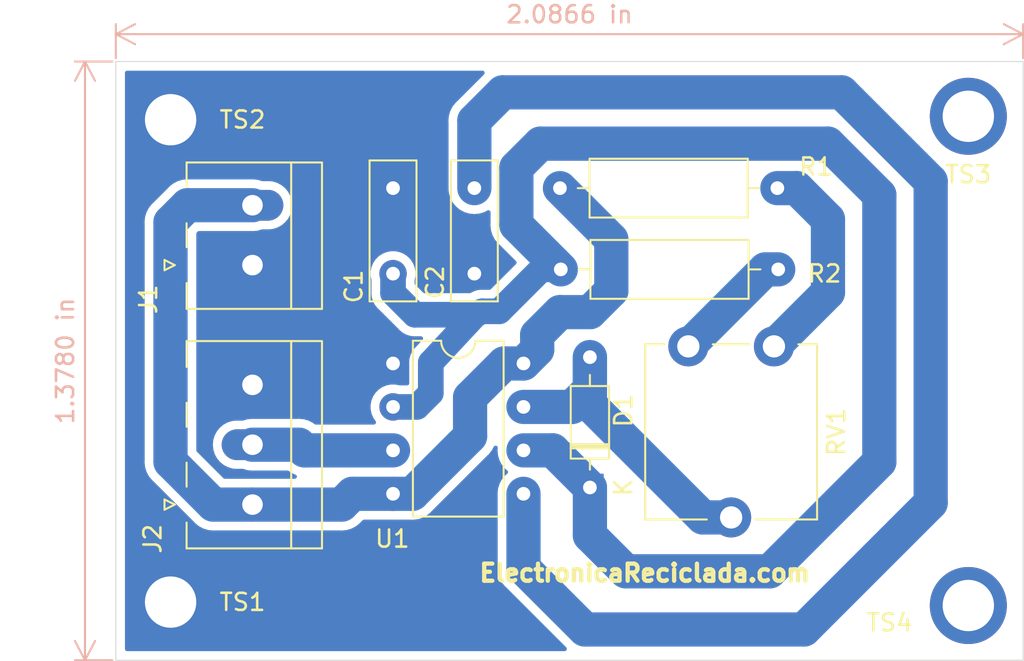
<source format=kicad_pcb>
(kicad_pcb (version 20171130) (host pcbnew "(5.1.5)-3")

  (general
    (thickness 1.6)
    (drawings 9)
    (tracks 77)
    (zones 0)
    (modules 13)
    (nets 11)
  )

  (page A4)
  (layers
    (0 F.Cu signal hide)
    (31 B.Cu signal)
    (32 B.Adhes user)
    (33 F.Adhes user hide)
    (34 B.Paste user)
    (35 F.Paste user)
    (36 B.SilkS user)
    (37 F.SilkS user)
    (38 B.Mask user)
    (39 F.Mask user)
    (40 Dwgs.User user hide)
    (41 Cmts.User user hide)
    (42 Eco1.User user hide)
    (43 Eco2.User user)
    (44 Edge.Cuts user)
    (45 Margin user)
    (46 B.CrtYd user)
    (47 F.CrtYd user)
    (48 B.Fab user)
    (49 F.Fab user)
  )

  (setup
    (last_trace_width 2)
    (user_trace_width 1)
    (user_trace_width 1.5)
    (user_trace_width 2)
    (user_trace_width 2.5)
    (trace_clearance 0.2)
    (zone_clearance 0.508)
    (zone_45_only no)
    (trace_min 0.2)
    (via_size 0.8)
    (via_drill 0.4)
    (via_min_size 0.4)
    (via_min_drill 0.3)
    (uvia_size 0.3)
    (uvia_drill 0.1)
    (uvias_allowed no)
    (uvia_min_size 0.2)
    (uvia_min_drill 0.1)
    (edge_width 0.05)
    (segment_width 0.2)
    (pcb_text_width 0.3)
    (pcb_text_size 1.5 1.5)
    (mod_edge_width 0.12)
    (mod_text_size 1 1)
    (mod_text_width 0.15)
    (pad_size 1.524 1.524)
    (pad_drill 0.762)
    (pad_to_mask_clearance 0.051)
    (solder_mask_min_width 0.25)
    (aux_axis_origin 0 0)
    (visible_elements 7FFFF7FF)
    (pcbplotparams
      (layerselection 0x00000_fffffffe)
      (usegerberextensions false)
      (usegerberattributes false)
      (usegerberadvancedattributes false)
      (creategerberjobfile false)
      (excludeedgelayer true)
      (linewidth 0.100000)
      (plotframeref false)
      (viasonmask false)
      (mode 1)
      (useauxorigin false)
      (hpglpennumber 1)
      (hpglpenspeed 20)
      (hpglpendiameter 15.000000)
      (psnegative false)
      (psa4output false)
      (plotreference true)
      (plotvalue true)
      (plotinvisibletext false)
      (padsonsilk false)
      (subtractmaskfromsilk false)
      (outputformat 1)
      (mirror false)
      (drillshape 0)
      (scaleselection 1)
      (outputdirectory ""))
  )

  (net 0 "")
  (net 1 GND)
  (net 2 "Net-(C1-Pad1)")
  (net 3 "Net-(C2-Pad1)")
  (net 4 "Net-(D1-Pad2)")
  (net 5 VCC)
  (net 6 Señal)
  (net 7 "Net-(R1-Pad2)")
  (net 8 "Net-(R2-Pad1)")
  (net 9 "Net-(TS3-Pad1)")
  (net 10 "Net-(TS4-Pad1)")

  (net_class Default "Esta es la clase de red por defecto."
    (clearance 0.2)
    (trace_width 0.25)
    (via_dia 0.8)
    (via_drill 0.4)
    (uvia_dia 0.3)
    (uvia_drill 0.1)
    (add_net "Net-(C1-Pad1)")
    (add_net "Net-(C2-Pad1)")
    (add_net "Net-(D1-Pad2)")
    (add_net "Net-(R1-Pad2)")
    (add_net "Net-(R2-Pad1)")
    (add_net "Net-(TS3-Pad1)")
    (add_net "Net-(TS4-Pad1)")
    (add_net Señal)
    (add_net VCC)
  )

  (net_class Alimentacion ""
    (clearance 0.3)
    (trace_width 2)
    (via_dia 2.5)
    (via_drill 1)
    (uvia_dia 0.3)
    (uvia_drill 0.1)
    (add_net GND)
  )

  (module Connector_Phoenix_MKDS:PhoenixContact_MKDS_1,5_2-1727010-1x02_P3.50mm (layer F.Cu) (tedit 6067627D) (tstamp 60973567)
    (at 132.044 47.7 90)
    (descr "Generic Phoenix Contact connector footprint for: MC_1,5/2-G-3.5; number of pins: 02; pin pitch: 3.50mm; Angled || order number: 1727010 8A 160V")
    (tags "phoenix_contact connector MC_01x02_G_3.5mm")
    (path /609310D5)
    (fp_text reference J1 (at -2 -3.544 90) (layer F.SilkS)
      (effects (font (size 1 1) (thickness 0.15)))
    )
    (fp_text value "Vin de 4.5V a 6V" (at 3.2 8.6 90) (layer F.Fab) hide
      (effects (font (size 1 1) (thickness 0.15)))
    )
    (fp_text user %R (at 0.1 5.75 90) (layer F.Fab) hide
      (effects (font (size 1 1) (thickness 0.15)))
    )
    (fp_line (start 0 0) (end -0.8 -1.2) (layer F.Fab) (width 0.1))
    (fp_line (start 0.8 -1.2) (end 0 0) (layer F.Fab) (width 0.1))
    (fp_line (start -0.3 -2.6) (end 0.3 -2.6) (layer F.SilkS) (width 0.12))
    (fp_line (start 0 -2) (end -0.3 -2.6) (layer F.SilkS) (width 0.12))
    (fp_line (start 0.3 -2.6) (end 0 -2) (layer F.SilkS) (width 0.12))
    (fp_line (start 6.5 -2.3) (end -3.06 -2.3) (layer F.CrtYd) (width 0.05))
    (fp_line (start 6.5 7.3) (end 6.5 -2.3) (layer F.CrtYd) (width 0.05))
    (fp_line (start -3.06 7.3) (end 6.5 7.3) (layer F.CrtYd) (width 0.05))
    (fp_line (start -3.06 -2.3) (end -3.06 7.3) (layer F.CrtYd) (width 0.05))
    (fp_line (start -2.56 4.8) (end 6 4.8) (layer F.SilkS) (width 0.12))
    (fp_line (start 5.9 -1.2) (end -2.45 -1.2) (layer F.Fab) (width 0.1))
    (fp_line (start 5.9 6.55) (end 5.9 -1.2) (layer F.Fab) (width 0.1))
    (fp_line (start -2.45 6.5) (end 5.85 6.5) (layer F.Fab) (width 0.1))
    (fp_line (start -2.45 -1.2) (end -2.45 6.5) (layer F.Fab) (width 0.1))
    (fp_line (start 4.55 -1.31) (end 6 -1.31) (layer F.SilkS) (width 0.12))
    (fp_line (start 1.05 -1.31) (end 2.45 -1.31) (layer F.SilkS) (width 0.12))
    (fp_line (start -2.56 -1.31) (end -1.05 -1.31) (layer F.SilkS) (width 0.12))
    (fp_line (start 6 6.6) (end 6 -1.31) (layer F.SilkS) (width 0.12))
    (fp_line (start -2.56 6.6) (end 6 6.6) (layer F.SilkS) (width 0.12))
    (fp_line (start -2.56 -1.31) (end -2.56 6.6) (layer F.SilkS) (width 0.12))
    (pad 2 thru_hole oval (at 3.5 2.54 90) (size 1.8 3.6) (drill 1.2) (layers *.Cu *.Mask)
      (net 5 VCC))
    (pad 1 thru_hole roundrect (at 0 2.54 90) (size 1.8 3.6) (drill 1.2) (layers *.Cu *.Mask) (roundrect_rratio 0.138889)
      (net 1 GND))
    (model C:/Users/oscarrodfer/trabajos/freecad/kicad-packages3D/Connector_Phoenix_MKDS/PhoenixContact_MKDS_1,5_2-1727010-1x02_P3.50mm.stp
      (offset (xyz 5.5 1 0))
      (scale (xyz 1 1 1))
      (rotate (xyz -90 0 -90))
    )
  )

  (module Capacitor_THT:C_Disc_D8.0mm_W2.5mm_P5.00mm (layer F.Cu) (tedit 5AE50EF0) (tstamp 609734AB)
    (at 142.794 48.2 90)
    (descr "C, Disc series, Radial, pin pitch=5.00mm, , diameter*width=8*2.5mm^2, Capacitor, http://cdn-reichelt.de/documents/datenblatt/B300/DS_KERKO_TC.pdf")
    (tags "C Disc series Radial pin pitch 5.00mm  diameter 8mm width 2.5mm Capacitor")
    (path /6093091A)
    (fp_text reference C1 (at -0.75 -2.294 90) (layer F.SilkS)
      (effects (font (size 1 1) (thickness 0.15)))
    )
    (fp_text value 33nF (at 5 -2.294 90) (layer F.Fab)
      (effects (font (size 1 1) (thickness 0.15)))
    )
    (fp_text user %R (at 2.5 0 90) (layer F.Fab) hide
      (effects (font (size 1 1) (thickness 0.15)))
    )
    (fp_line (start 6.75 -1.5) (end -1.75 -1.5) (layer F.CrtYd) (width 0.05))
    (fp_line (start 6.75 1.5) (end 6.75 -1.5) (layer F.CrtYd) (width 0.05))
    (fp_line (start -1.75 1.5) (end 6.75 1.5) (layer F.CrtYd) (width 0.05))
    (fp_line (start -1.75 -1.5) (end -1.75 1.5) (layer F.CrtYd) (width 0.05))
    (fp_line (start 6.62 -1.37) (end 6.62 1.37) (layer F.SilkS) (width 0.12))
    (fp_line (start -1.62 -1.37) (end -1.62 1.37) (layer F.SilkS) (width 0.12))
    (fp_line (start -1.62 1.37) (end 6.62 1.37) (layer F.SilkS) (width 0.12))
    (fp_line (start -1.62 -1.37) (end 6.62 -1.37) (layer F.SilkS) (width 0.12))
    (fp_line (start 6.5 -1.25) (end -1.5 -1.25) (layer F.Fab) (width 0.1))
    (fp_line (start 6.5 1.25) (end 6.5 -1.25) (layer F.Fab) (width 0.1))
    (fp_line (start -1.5 1.25) (end 6.5 1.25) (layer F.Fab) (width 0.1))
    (fp_line (start -1.5 -1.25) (end -1.5 1.25) (layer F.Fab) (width 0.1))
    (pad 2 thru_hole circle (at 5 0 90) (size 1.6 1.6) (drill 0.8) (layers *.Cu *.Mask)
      (net 1 GND))
    (pad 1 thru_hole circle (at 0 0 90) (size 1.6 1.6) (drill 0.8) (layers *.Cu *.Mask)
      (net 2 "Net-(C1-Pad1)"))
    (model ${KISYS3DMOD}/Capacitor_THT.3dshapes/C_Disc_D8.0mm_W2.5mm_P5.00mm.wrl
      (at (xyz 0 0 0))
      (scale (xyz 1 1 1))
      (rotate (xyz 0 0 0))
    )
  )

  (module Capacitor_THT:C_Disc_D8.0mm_W2.5mm_P5.00mm (layer F.Cu) (tedit 5AE50EF0) (tstamp 609735AD)
    (at 147.544 43.2 270)
    (descr "C, Disc series, Radial, pin pitch=5.00mm, , diameter*width=8*2.5mm^2, Capacitor, http://cdn-reichelt.de/documents/datenblatt/B300/DS_KERKO_TC.pdf")
    (tags "C Disc series Radial pin pitch 5.00mm  diameter 8mm width 2.5mm Capacitor")
    (path /609303D8)
    (fp_text reference C2 (at 5.5 2.294 90) (layer F.SilkS)
      (effects (font (size 1 1) (thickness 0.15)))
    )
    (fp_text value 100nF (at 0.5 2.294 90) (layer F.Fab)
      (effects (font (size 1 1) (thickness 0.15)))
    )
    (fp_line (start -1.5 -1.25) (end -1.5 1.25) (layer F.Fab) (width 0.1))
    (fp_line (start -1.5 1.25) (end 6.5 1.25) (layer F.Fab) (width 0.1))
    (fp_line (start 6.5 1.25) (end 6.5 -1.25) (layer F.Fab) (width 0.1))
    (fp_line (start 6.5 -1.25) (end -1.5 -1.25) (layer F.Fab) (width 0.1))
    (fp_line (start -1.62 -1.37) (end 6.62 -1.37) (layer F.SilkS) (width 0.12))
    (fp_line (start -1.62 1.37) (end 6.62 1.37) (layer F.SilkS) (width 0.12))
    (fp_line (start -1.62 -1.37) (end -1.62 1.37) (layer F.SilkS) (width 0.12))
    (fp_line (start 6.62 -1.37) (end 6.62 1.37) (layer F.SilkS) (width 0.12))
    (fp_line (start -1.75 -1.5) (end -1.75 1.5) (layer F.CrtYd) (width 0.05))
    (fp_line (start -1.75 1.5) (end 6.75 1.5) (layer F.CrtYd) (width 0.05))
    (fp_line (start 6.75 1.5) (end 6.75 -1.5) (layer F.CrtYd) (width 0.05))
    (fp_line (start 6.75 -1.5) (end -1.75 -1.5) (layer F.CrtYd) (width 0.05))
    (fp_text user %R (at 2.5 0 90) (layer F.Fab) hide
      (effects (font (size 1 1) (thickness 0.15)))
    )
    (pad 1 thru_hole circle (at 0 0 270) (size 1.6 1.6) (drill 0.8) (layers *.Cu *.Mask)
      (net 3 "Net-(C2-Pad1)"))
    (pad 2 thru_hole circle (at 5 0 270) (size 1.6 1.6) (drill 0.8) (layers *.Cu *.Mask)
      (net 1 GND))
    (model ${KISYS3DMOD}/Capacitor_THT.3dshapes/C_Disc_D8.0mm_W2.5mm_P5.00mm.wrl
      (at (xyz 0 0 0))
      (scale (xyz 1 1 1))
      (rotate (xyz 0 0 0))
    )
  )

  (module Diode_THT:D_DO-35_SOD27_P7.62mm_Horizontal (layer F.Cu) (tedit 5AE50CD5) (tstamp 60973511)
    (at 154.294 60.7 90)
    (descr "Diode, DO-35_SOD27 series, Axial, Horizontal, pin pitch=7.62mm, , length*diameter=4*2mm^2, , http://www.diodes.com/_files/packages/DO-35.pdf")
    (tags "Diode DO-35_SOD27 series Axial Horizontal pin pitch 7.62mm  length 4mm diameter 2mm")
    (path /6092EC7D)
    (fp_text reference D1 (at 4.5 1.956 90) (layer F.SilkS)
      (effects (font (size 1 1) (thickness 0.15)))
    )
    (fp_text value 1N4148 (at 4.5 -1.794 90) (layer F.Fab)
      (effects (font (size 0.8 0.8) (thickness 0.15)))
    )
    (fp_line (start 1.81 -1) (end 1.81 1) (layer F.Fab) (width 0.1))
    (fp_line (start 1.81 1) (end 5.81 1) (layer F.Fab) (width 0.1))
    (fp_line (start 5.81 1) (end 5.81 -1) (layer F.Fab) (width 0.1))
    (fp_line (start 5.81 -1) (end 1.81 -1) (layer F.Fab) (width 0.1))
    (fp_line (start 0 0) (end 1.81 0) (layer F.Fab) (width 0.1))
    (fp_line (start 7.62 0) (end 5.81 0) (layer F.Fab) (width 0.1))
    (fp_line (start 2.41 -1) (end 2.41 1) (layer F.Fab) (width 0.1))
    (fp_line (start 2.51 -1) (end 2.51 1) (layer F.Fab) (width 0.1))
    (fp_line (start 2.31 -1) (end 2.31 1) (layer F.Fab) (width 0.1))
    (fp_line (start 1.69 -1.12) (end 1.69 1.12) (layer F.SilkS) (width 0.12))
    (fp_line (start 1.69 1.12) (end 5.93 1.12) (layer F.SilkS) (width 0.12))
    (fp_line (start 5.93 1.12) (end 5.93 -1.12) (layer F.SilkS) (width 0.12))
    (fp_line (start 5.93 -1.12) (end 1.69 -1.12) (layer F.SilkS) (width 0.12))
    (fp_line (start 1.04 0) (end 1.69 0) (layer F.SilkS) (width 0.12))
    (fp_line (start 6.58 0) (end 5.93 0) (layer F.SilkS) (width 0.12))
    (fp_line (start 2.41 -1.12) (end 2.41 1.12) (layer F.SilkS) (width 0.12))
    (fp_line (start 2.53 -1.12) (end 2.53 1.12) (layer F.SilkS) (width 0.12))
    (fp_line (start 2.29 -1.12) (end 2.29 1.12) (layer F.SilkS) (width 0.12))
    (fp_line (start -1.05 -1.25) (end -1.05 1.25) (layer F.CrtYd) (width 0.05))
    (fp_line (start -1.05 1.25) (end 8.67 1.25) (layer F.CrtYd) (width 0.05))
    (fp_line (start 8.67 1.25) (end 8.67 -1.25) (layer F.CrtYd) (width 0.05))
    (fp_line (start 8.67 -1.25) (end -1.05 -1.25) (layer F.CrtYd) (width 0.05))
    (fp_text user %R (at 4.11 0 90) (layer F.Fab) hide
      (effects (font (size 0.8 0.8) (thickness 0.12)))
    )
    (fp_text user K (at 0 -1.8 90) (layer F.Fab)
      (effects (font (size 1 1) (thickness 0.15)))
    )
    (fp_text user K (at 0 1.956 90) (layer F.SilkS)
      (effects (font (size 1 1) (thickness 0.15)))
    )
    (pad 1 thru_hole rect (at 0 0 90) (size 1.6 1.6) (drill 0.8) (layers *.Cu *.Mask)
      (net 2 "Net-(C1-Pad1)"))
    (pad 2 thru_hole oval (at 7.62 0 90) (size 1.6 1.6) (drill 0.8) (layers *.Cu *.Mask)
      (net 4 "Net-(D1-Pad2)"))
    (model ${KISYS3DMOD}/Diode_THT.3dshapes/D_DO-35_SOD27_P7.62mm_Horizontal.wrl
      (at (xyz 0 0 0))
      (scale (xyz 1 1 1))
      (rotate (xyz 0 0 0))
    )
  )

  (module Resistor_THT:R_Axial_DIN0309_L9.0mm_D3.2mm_P12.70mm_Horizontal (layer F.Cu) (tedit 5AE5139B) (tstamp 6097342B)
    (at 152.544 43.2)
    (descr "Resistor, Axial_DIN0309 series, Axial, Horizontal, pin pitch=12.7mm, 0.5W = 1/2W, length*diameter=9*3.2mm^2, http://cdn-reichelt.de/documents/datenblatt/B400/1_4W%23YAG.pdf")
    (tags "Resistor Axial_DIN0309 series Axial Horizontal pin pitch 12.7mm 0.5W = 1/2W length 9mm diameter 3.2mm")
    (path /6092E928)
    (fp_text reference R1 (at 14.956 -1.25) (layer F.SilkS)
      (effects (font (size 1 1) (thickness 0.15)))
    )
    (fp_text value "8k 1/4W" (at 5.956 0) (layer F.Fab)
      (effects (font (size 1 1) (thickness 0.15)))
    )
    (fp_line (start 1.85 -1.6) (end 1.85 1.6) (layer F.Fab) (width 0.1))
    (fp_line (start 1.85 1.6) (end 10.85 1.6) (layer F.Fab) (width 0.1))
    (fp_line (start 10.85 1.6) (end 10.85 -1.6) (layer F.Fab) (width 0.1))
    (fp_line (start 10.85 -1.6) (end 1.85 -1.6) (layer F.Fab) (width 0.1))
    (fp_line (start 0 0) (end 1.85 0) (layer F.Fab) (width 0.1))
    (fp_line (start 12.7 0) (end 10.85 0) (layer F.Fab) (width 0.1))
    (fp_line (start 1.73 -1.72) (end 1.73 1.72) (layer F.SilkS) (width 0.12))
    (fp_line (start 1.73 1.72) (end 10.97 1.72) (layer F.SilkS) (width 0.12))
    (fp_line (start 10.97 1.72) (end 10.97 -1.72) (layer F.SilkS) (width 0.12))
    (fp_line (start 10.97 -1.72) (end 1.73 -1.72) (layer F.SilkS) (width 0.12))
    (fp_line (start 1.04 0) (end 1.73 0) (layer F.SilkS) (width 0.12))
    (fp_line (start 11.66 0) (end 10.97 0) (layer F.SilkS) (width 0.12))
    (fp_line (start -1.05 -1.85) (end -1.05 1.85) (layer F.CrtYd) (width 0.05))
    (fp_line (start -1.05 1.85) (end 13.75 1.85) (layer F.CrtYd) (width 0.05))
    (fp_line (start 13.75 1.85) (end 13.75 -1.85) (layer F.CrtYd) (width 0.05))
    (fp_line (start 13.75 -1.85) (end -1.05 -1.85) (layer F.CrtYd) (width 0.05))
    (fp_text user %R (at 6.35 0) (layer F.Fab) hide
      (effects (font (size 1 1) (thickness 0.15)))
    )
    (pad 1 thru_hole circle (at 0 0) (size 1.6 1.6) (drill 0.8) (layers *.Cu *.Mask)
      (net 5 VCC))
    (pad 2 thru_hole oval (at 12.7 0) (size 1.6 1.6) (drill 0.8) (layers *.Cu *.Mask)
      (net 7 "Net-(R1-Pad2)"))
    (model ${KISYS3DMOD}/Resistor_THT.3dshapes/R_Axial_DIN0309_L9.0mm_D3.2mm_P12.70mm_Horizontal.wrl
      (at (xyz 0 0 0))
      (scale (xyz 1 1 1))
      (rotate (xyz 0 0 0))
    )
  )

  (module Resistor_THT:R_Axial_DIN0309_L9.0mm_D3.2mm_P12.70mm_Horizontal (layer F.Cu) (tedit 5AE5139B) (tstamp 6097346D)
    (at 165.294 47.95 180)
    (descr "Resistor, Axial_DIN0309 series, Axial, Horizontal, pin pitch=12.7mm, 0.5W = 1/2W, length*diameter=9*3.2mm^2, http://cdn-reichelt.de/documents/datenblatt/B400/1_4W%23YAG.pdf")
    (tags "Resistor Axial_DIN0309 series Axial Horizontal pin pitch 12.7mm 0.5W = 1/2W length 9mm diameter 3.2mm")
    (path /6092FEFF)
    (fp_text reference R2 (at -2.706 -0.25) (layer F.SilkS)
      (effects (font (size 1 1) (thickness 0.15)))
    )
    (fp_text value "680k 1/4W" (at 6.35 0) (layer F.Fab)
      (effects (font (size 1 1) (thickness 0.15)))
    )
    (fp_text user %R (at 6.35 0) (layer F.Fab) hide
      (effects (font (size 1 1) (thickness 0.15)))
    )
    (fp_line (start 13.75 -1.85) (end -1.05 -1.85) (layer F.CrtYd) (width 0.05))
    (fp_line (start 13.75 1.85) (end 13.75 -1.85) (layer F.CrtYd) (width 0.05))
    (fp_line (start -1.05 1.85) (end 13.75 1.85) (layer F.CrtYd) (width 0.05))
    (fp_line (start -1.05 -1.85) (end -1.05 1.85) (layer F.CrtYd) (width 0.05))
    (fp_line (start 11.66 0) (end 10.97 0) (layer F.SilkS) (width 0.12))
    (fp_line (start 1.04 0) (end 1.73 0) (layer F.SilkS) (width 0.12))
    (fp_line (start 10.97 -1.72) (end 1.73 -1.72) (layer F.SilkS) (width 0.12))
    (fp_line (start 10.97 1.72) (end 10.97 -1.72) (layer F.SilkS) (width 0.12))
    (fp_line (start 1.73 1.72) (end 10.97 1.72) (layer F.SilkS) (width 0.12))
    (fp_line (start 1.73 -1.72) (end 1.73 1.72) (layer F.SilkS) (width 0.12))
    (fp_line (start 12.7 0) (end 10.85 0) (layer F.Fab) (width 0.1))
    (fp_line (start 0 0) (end 1.85 0) (layer F.Fab) (width 0.1))
    (fp_line (start 10.85 -1.6) (end 1.85 -1.6) (layer F.Fab) (width 0.1))
    (fp_line (start 10.85 1.6) (end 10.85 -1.6) (layer F.Fab) (width 0.1))
    (fp_line (start 1.85 1.6) (end 10.85 1.6) (layer F.Fab) (width 0.1))
    (fp_line (start 1.85 -1.6) (end 1.85 1.6) (layer F.Fab) (width 0.1))
    (pad 2 thru_hole oval (at 12.7 0 180) (size 1.6 1.6) (drill 0.8) (layers *.Cu *.Mask)
      (net 2 "Net-(C1-Pad1)"))
    (pad 1 thru_hole circle (at 0 0 180) (size 1.6 1.6) (drill 0.8) (layers *.Cu *.Mask)
      (net 8 "Net-(R2-Pad1)"))
    (model ${KISYS3DMOD}/Resistor_THT.3dshapes/R_Axial_DIN0309_L9.0mm_D3.2mm_P12.70mm_Horizontal.wrl
      (at (xyz 0 0 0))
      (scale (xyz 1 1 1))
      (rotate (xyz 0 0 0))
    )
  )

  (module Potentiometer_THT:Potentiometer_ACP_CA9-V10_Vertical_Hole (layer F.Cu) (tedit 5A3D4994) (tstamp 609733E7)
    (at 160.044 52.45 270)
    (descr "Potentiometer, vertical, shaft hole, ACP CA9-V10, http://www.acptechnologies.com/wp-content/uploads/2017/05/02-ACP-CA9-CE9.pdf")
    (tags "Potentiometer vertical hole ACP CA9-V10")
    (path /6092F95A)
    (fp_text reference RV1 (at 5 -8.65 90) (layer F.SilkS)
      (effects (font (size 1 1) (thickness 0.15)))
    )
    (fp_text value 50k (at 5 -10.456 90) (layer F.Fab)
      (effects (font (size 1 1) (thickness 0.15)))
    )
    (fp_line (start 0 -7.4) (end 0 2.4) (layer F.Fab) (width 0.1))
    (fp_line (start 0 2.4) (end 10 2.4) (layer F.Fab) (width 0.1))
    (fp_line (start 10 2.4) (end 10 -7.4) (layer F.Fab) (width 0.1))
    (fp_line (start 10 -7.4) (end 0 -7.4) (layer F.Fab) (width 0.1))
    (fp_line (start -0.12 -7.521) (end 10.12 -7.521) (layer F.SilkS) (width 0.12))
    (fp_line (start -0.12 2.52) (end 10.12 2.52) (layer F.SilkS) (width 0.12))
    (fp_line (start -0.12 -7.521) (end -0.12 -6.426) (layer F.SilkS) (width 0.12))
    (fp_line (start -0.12 -3.574) (end -0.12 -1.425) (layer F.SilkS) (width 0.12))
    (fp_line (start -0.12 1.425) (end -0.12 2.52) (layer F.SilkS) (width 0.12))
    (fp_line (start 10.12 -7.521) (end 10.12 -3.925) (layer F.SilkS) (width 0.12))
    (fp_line (start 10.12 -1.075) (end 10.12 2.52) (layer F.SilkS) (width 0.12))
    (fp_line (start -1.45 -7.65) (end -1.45 2.7) (layer F.CrtYd) (width 0.05))
    (fp_line (start -1.45 2.7) (end 11.45 2.7) (layer F.CrtYd) (width 0.05))
    (fp_line (start 11.45 2.7) (end 11.45 -7.65) (layer F.CrtYd) (width 0.05))
    (fp_line (start 11.45 -7.65) (end -1.45 -7.65) (layer F.CrtYd) (width 0.05))
    (fp_text user %R (at 1 -2.5) (layer F.Fab) hide
      (effects (font (size 1 1) (thickness 0.15)))
    )
    (pad 3 thru_hole circle (at 0 -5 270) (size 2.34 2.34) (drill 1.3) (layers *.Cu *.Mask)
      (net 7 "Net-(R1-Pad2)"))
    (pad 2 thru_hole circle (at 10 -2.5 270) (size 2.34 2.34) (drill 1.3) (layers *.Cu *.Mask)
      (net 4 "Net-(D1-Pad2)"))
    (pad 1 thru_hole circle (at 0 0 270) (size 2.34 2.34) (drill 1.3) (layers *.Cu *.Mask)
      (net 8 "Net-(R2-Pad1)"))
    (pad "" np_thru_hole circle (at 5 -2.5 270) (size 4 4) (drill 4) (layers *.Cu *.Mask))
    (model ${KISYS3DMOD}/Potentiometer_THT.3dshapes/Potentiometer_ACP_CA9-V10_Vertical_Hole.wrl
      (at (xyz 0 0 0))
      (scale (xyz 1 1 1))
      (rotate (xyz 0 0 0))
    )
  )

  (module Package_DIP:DIP-8_W7.62mm (layer F.Cu) (tedit 5A02E8C5) (tstamp 6097339A)
    (at 142.794 53.45)
    (descr "8-lead though-hole mounted DIP package, row spacing 7.62 mm (300 mils)")
    (tags "THT DIP DIL PDIP 2.54mm 7.62mm 300mil")
    (path /6092E54B)
    (fp_text reference U1 (at -0.044 10.25) (layer F.SilkS)
      (effects (font (size 1 1) (thickness 0.15)))
    )
    (fp_text value NE555 (at 3.956 6.5) (layer F.Fab)
      (effects (font (size 1 1) (thickness 0.15)))
    )
    (fp_arc (start 3.81 -1.33) (end 2.81 -1.33) (angle -180) (layer F.SilkS) (width 0.12))
    (fp_line (start 1.635 -1.27) (end 6.985 -1.27) (layer F.Fab) (width 0.1))
    (fp_line (start 6.985 -1.27) (end 6.985 8.89) (layer F.Fab) (width 0.1))
    (fp_line (start 6.985 8.89) (end 0.635 8.89) (layer F.Fab) (width 0.1))
    (fp_line (start 0.635 8.89) (end 0.635 -0.27) (layer F.Fab) (width 0.1))
    (fp_line (start 0.635 -0.27) (end 1.635 -1.27) (layer F.Fab) (width 0.1))
    (fp_line (start 2.81 -1.33) (end 1.16 -1.33) (layer F.SilkS) (width 0.12))
    (fp_line (start 1.16 -1.33) (end 1.16 8.95) (layer F.SilkS) (width 0.12))
    (fp_line (start 1.16 8.95) (end 6.46 8.95) (layer F.SilkS) (width 0.12))
    (fp_line (start 6.46 8.95) (end 6.46 -1.33) (layer F.SilkS) (width 0.12))
    (fp_line (start 6.46 -1.33) (end 4.81 -1.33) (layer F.SilkS) (width 0.12))
    (fp_line (start -1.1 -1.55) (end -1.1 9.15) (layer F.CrtYd) (width 0.05))
    (fp_line (start -1.1 9.15) (end 8.7 9.15) (layer F.CrtYd) (width 0.05))
    (fp_line (start 8.7 9.15) (end 8.7 -1.55) (layer F.CrtYd) (width 0.05))
    (fp_line (start 8.7 -1.55) (end -1.1 -1.55) (layer F.CrtYd) (width 0.05))
    (fp_text user %R (at 3.81 3.81) (layer F.Fab) hide
      (effects (font (size 1 1) (thickness 0.15)))
    )
    (pad 1 thru_hole rect (at 0 0) (size 1.6 1.6) (drill 0.8) (layers *.Cu *.Mask)
      (net 1 GND))
    (pad 5 thru_hole oval (at 7.62 7.62) (size 1.6 1.6) (drill 0.8) (layers *.Cu *.Mask)
      (net 3 "Net-(C2-Pad1)"))
    (pad 2 thru_hole oval (at 0 2.54) (size 1.6 1.6) (drill 0.8) (layers *.Cu *.Mask)
      (net 2 "Net-(C1-Pad1)"))
    (pad 6 thru_hole oval (at 7.62 5.08) (size 1.6 1.6) (drill 0.8) (layers *.Cu *.Mask)
      (net 2 "Net-(C1-Pad1)"))
    (pad 3 thru_hole oval (at 0 5.08) (size 1.6 1.6) (drill 0.8) (layers *.Cu *.Mask)
      (net 6 Señal))
    (pad 7 thru_hole oval (at 7.62 2.54) (size 1.6 1.6) (drill 0.8) (layers *.Cu *.Mask)
      (net 4 "Net-(D1-Pad2)"))
    (pad 4 thru_hole oval (at 0 7.62) (size 1.6 1.6) (drill 0.8) (layers *.Cu *.Mask)
      (net 5 VCC))
    (pad 8 thru_hole oval (at 7.62 0) (size 1.6 1.6) (drill 0.8) (layers *.Cu *.Mask)
      (net 5 VCC))
    (model ${KISYS3DMOD}/Package_DIP.3dshapes/DIP-8_W7.62mm.wrl
      (at (xyz 0 0 0))
      (scale (xyz 1 1 1))
      (rotate (xyz 0 0 0))
    )
  )

  (module Connector_Phoenix_MKDS:PhoenixContact_MKDS_1,5_3-19325191-1x03_P3.50mm (layer F.Cu) (tedit 5F930C06) (tstamp 60973347)
    (at 132.044 61.7 90)
    (descr "Generic Phoenix Contact connector footprint for: MC_1,5/3-G-3.5; number of pins: 03; pin pitch: 3.50mm; Angled || order number: 1844223 8A 160V")
    (tags "phoenix_contact connector MC_01x03_G_3.5mm")
    (path /609318D0)
    (fp_text reference J2 (at -2 -3.294 90) (layer F.SilkS)
      (effects (font (size 1 1) (thickness 0.15)))
    )
    (fp_text value Screw_Terminal_01x03 (at 3.2 8.6 90) (layer F.Fab) hide
      (effects (font (size 1 1) (thickness 0.15)))
    )
    (fp_line (start -2.56 -1.31) (end -2.56 6.6) (layer F.SilkS) (width 0.12))
    (fp_line (start -2.56 6.6) (end 9.5 6.6) (layer F.SilkS) (width 0.12))
    (fp_line (start 9.56 6.6) (end 9.56 -1.31) (layer F.SilkS) (width 0.12))
    (fp_line (start -2.56 -1.31) (end -1.05 -1.31) (layer F.SilkS) (width 0.12))
    (fp_line (start 9.56 -1.31) (end 8.05 -1.31) (layer F.SilkS) (width 0.12))
    (fp_line (start 1.05 -1.31) (end 2.45 -1.31) (layer F.SilkS) (width 0.12))
    (fp_line (start 4.55 -1.31) (end 5.95 -1.31) (layer F.SilkS) (width 0.12))
    (fp_line (start -2.45 -1.2) (end -2.45 6.5) (layer F.Fab) (width 0.1))
    (fp_line (start -2.45 6.5) (end 9.45 6.5) (layer F.Fab) (width 0.1))
    (fp_line (start 9.45 6.5) (end 9.45 -1.2) (layer F.Fab) (width 0.1))
    (fp_line (start 9.45 -1.2) (end -2.45 -1.2) (layer F.Fab) (width 0.1))
    (fp_line (start -2.56 4.8) (end 9.56 4.8) (layer F.SilkS) (width 0.12))
    (fp_line (start -3.06 -2.3) (end -3.06 7.3) (layer F.CrtYd) (width 0.05))
    (fp_line (start -3.06 7.3) (end 9.95 7.3) (layer F.CrtYd) (width 0.05))
    (fp_line (start 9.95 7.3) (end 9.95 -2.3) (layer F.CrtYd) (width 0.05))
    (fp_line (start 9.95 -2.3) (end -3.06 -2.3) (layer F.CrtYd) (width 0.05))
    (fp_line (start 0.3 -2.6) (end 0 -2) (layer F.SilkS) (width 0.12))
    (fp_line (start 0 -2) (end -0.3 -2.6) (layer F.SilkS) (width 0.12))
    (fp_line (start -0.3 -2.6) (end 0.3 -2.6) (layer F.SilkS) (width 0.12))
    (fp_line (start 0.8 -1.2) (end 0 0) (layer F.Fab) (width 0.1))
    (fp_line (start 0 0) (end -0.8 -1.2) (layer F.Fab) (width 0.1))
    (fp_text user %R (at 3.5 -0.5 90) (layer F.Fab) hide
      (effects (font (size 1 1) (thickness 0.15)))
    )
    (pad 1 thru_hole roundrect (at 0 2.54 90) (size 1.8 3.6) (drill 1.2) (layers *.Cu *.Mask) (roundrect_rratio 0.138889)
      (net 5 VCC))
    (pad 2 thru_hole oval (at 3.5 2.54 90) (size 1.8 3.6) (drill 1.2) (layers *.Cu *.Mask)
      (net 6 Señal))
    (pad 3 thru_hole oval (at 7 2.54 90) (size 1.8 3.6) (drill 1.2) (layers *.Cu *.Mask)
      (net 1 GND))
    (model C:/Users/oscarrodfer/trabajos/freecad/kicad-packages3D/Connector_Phoenix_MKDS/1715035-mkds1,5_3-3contactos.stp
      (offset (xyz 9.300000000000001 0.8 0))
      (scale (xyz 0.7 0.7 0.7))
      (rotate (xyz 0 0 180))
    )
  )

  (module Mis_Simbolos:Taladro_Sujecion_3mm (layer F.Cu) (tedit 6096DE4B) (tstamp 609734DF)
    (at 129.8 67.4)
    (path /609751A8)
    (fp_text reference TS1 (at 4.2 0) (layer F.SilkS)
      (effects (font (size 1 1) (thickness 0.15)))
    )
    (fp_text value Taladro_Sujeccion (at 9 -1.8) (layer F.Fab) hide
      (effects (font (size 1 1) (thickness 0.15)))
    )
    (pad 1 thru_hole circle (at 0 0) (size 4.5 4.5) (drill 3) (layers *.Cu *.Mask)
      (net 1 GND))
  )

  (module Mis_Simbolos:Taladro_Sujecion_3mm (layer F.Cu) (tedit 6096DE4B) (tstamp 6097383B)
    (at 129.8 39.2)
    (path /609780A6)
    (fp_text reference TS2 (at 4.2 0) (layer F.SilkS)
      (effects (font (size 1 1) (thickness 0.15)))
    )
    (fp_text value Taladro_Sujeccion (at 4.4 3.2) (layer F.Fab) hide
      (effects (font (size 1 1) (thickness 0.15)))
    )
    (pad 1 thru_hole circle (at 0 0) (size 4.5 4.5) (drill 3) (layers *.Cu *.Mask)
      (net 1 GND))
  )

  (module Mis_Simbolos:Taladro_Sujecion_3mm (layer F.Cu) (tedit 6096DE4B) (tstamp 609731F1)
    (at 176.4 39)
    (path /609781AA)
    (fp_text reference TS3 (at 0 3.4) (layer F.SilkS)
      (effects (font (size 1 1) (thickness 0.15)))
    )
    (fp_text value Taladro_Sujeccion (at -9.8 -0.4) (layer F.Fab) hide
      (effects (font (size 1 1) (thickness 0.15)))
    )
    (pad 1 thru_hole circle (at 0 0) (size 4.5 4.5) (drill 3) (layers *.Cu *.Mask)
      (net 9 "Net-(TS3-Pad1)"))
  )

  (module Mis_Simbolos:Taladro_Sujecion_3mm (layer F.Cu) (tedit 6096DE4B) (tstamp 60973821)
    (at 176.4 67.6)
    (path /6097836E)
    (fp_text reference TS4 (at -4.6 1) (layer F.SilkS)
      (effects (font (size 1 1) (thickness 0.15)))
    )
    (fp_text value Taladro_Sujeccion (at -10 -1) (layer F.Fab) hide
      (effects (font (size 1 1) (thickness 0.15)))
    )
    (pad 1 thru_hole circle (at 0 0) (size 4.5 4.5) (drill 3) (layers *.Cu *.Mask)
      (net 10 "Net-(TS4-Pad1)"))
  )

  (dimension 53 (width 0.12) (layer B.SilkS)
    (gr_text "53,000 mm" (at 153.1 32.93) (layer B.SilkS)
      (effects (font (size 1 1) (thickness 0.15)))
    )
    (feature1 (pts (xy 179.6 35.6) (xy 179.6 33.613579)))
    (feature2 (pts (xy 126.6 35.6) (xy 126.6 33.613579)))
    (crossbar (pts (xy 126.6 34.2) (xy 179.6 34.2)))
    (arrow1a (pts (xy 179.6 34.2) (xy 178.473496 34.786421)))
    (arrow1b (pts (xy 179.6 34.2) (xy 178.473496 33.613579)))
    (arrow2a (pts (xy 126.6 34.2) (xy 127.726504 34.786421)))
    (arrow2b (pts (xy 126.6 34.2) (xy 127.726504 33.613579)))
  )
  (dimension 35 (width 0.12) (layer B.SilkS)
    (gr_text "35,000 mm" (at 123.53 53.3 90) (layer B.SilkS)
      (effects (font (size 1 1) (thickness 0.15)))
    )
    (feature1 (pts (xy 126.4 35.8) (xy 124.213579 35.8)))
    (feature2 (pts (xy 126.4 70.8) (xy 124.213579 70.8)))
    (crossbar (pts (xy 124.8 70.8) (xy 124.8 35.8)))
    (arrow1a (pts (xy 124.8 35.8) (xy 125.386421 36.926504)))
    (arrow1b (pts (xy 124.8 35.8) (xy 124.213579 36.926504)))
    (arrow2a (pts (xy 124.8 70.8) (xy 125.386421 69.673496)))
    (arrow2b (pts (xy 124.8 70.8) (xy 124.213579 69.673496)))
  )
  (gr_text ElectronicaReciclada.com (at 157.5 65.7) (layer F.SilkS) (tstamp 609735D2)
    (effects (font (size 1 1) (thickness 0.25)))
  )
  (gr_text "Electronica Reciclada" (at 100.9 53.95 90) (layer Eco1.User)
    (effects (font (size 0.9 0.9) (thickness 0.225)) (justify mirror))
  )
  (gr_text "Probador servomotores v1.0" (at 102.65 54.2 90) (layer Eco1.User)
    (effects (font (size 0.9 0.9) (thickness 0.125)) (justify mirror))
  )
  (gr_line (start 126.6 70.8) (end 126.6 35.8) (layer Edge.Cuts) (width 0.05) (tstamp 60931D8C))
  (gr_line (start 179.6 35.8) (end 179.6 70.8) (layer Edge.Cuts) (width 0.05) (tstamp 609736BF))
  (gr_line (start 126.6 35.8) (end 179.6 35.8) (layer Edge.Cuts) (width 0.05))
  (gr_line (start 179.6 70.8) (end 126.6 70.8) (layer Edge.Cuts) (width 0.05) (tstamp 609736BC))

  (segment (start 142.544 53.2) (end 142.794 53.45) (width 0.25) (layer B.Cu) (net 1) (tstamp 609736B9) (status 30))
  (segment (start 140.334 53.45) (end 134.584 47.7) (width 0.25) (layer B.Cu) (net 1) (tstamp 609736A1) (status 20))
  (segment (start 142.794 53.45) (end 140.334 53.45) (width 0.25) (layer B.Cu) (net 1) (tstamp 6097369B) (status 10))
  (segment (start 138.294 47.7) (end 142.794 43.2) (width 0.25) (layer B.Cu) (net 1) (tstamp 6097369E) (status 20))
  (segment (start 134.584 47.7) (end 138.294 47.7) (width 0.25) (layer B.Cu) (net 1) (tstamp 60973698) (status 10))
  (segment (start 142.794 43.45) (end 142.794 43.2) (width 0.25) (layer B.Cu) (net 1) (tstamp 60973680))
  (segment (start 147.544 48.2) (end 142.794 43.45) (width 0.25) (layer B.Cu) (net 1) (tstamp 60973695))
  (segment (start 134.584 54.7) (end 134.584 47.7) (width 1.5) (layer B.Cu) (net 1) (tstamp 60973692))
  (segment (start 152.124 58.53) (end 154.294 60.7) (width 2) (layer B.Cu) (net 2) (tstamp 60973686))
  (segment (start 150.414 58.53) (end 152.124 58.53) (width 2) (layer B.Cu) (net 2) (tstamp 60973683))
  (segment (start 149 50.4) (end 151.45 47.95) (width 1.5) (layer B.Cu) (net 2) (tstamp 609736B6))
  (segment (start 144.19 55.99) (end 145 55.18) (width 1.5) (layer B.Cu) (net 2) (tstamp 609736B3))
  (segment (start 142.794 55.99) (end 144.19 55.99) (width 1.5) (layer B.Cu) (net 2) (tstamp 609736B0))
  (segment (start 148 50.4) (end 149 50.4) (width 1.5) (layer B.Cu) (net 2) (tstamp 6097368F))
  (segment (start 145 55.18) (end 145 53.4) (width 1.5) (layer B.Cu) (net 2) (tstamp 6097368C))
  (segment (start 142.794 49.33137) (end 144.06263 50.6) (width 1.5) (layer B.Cu) (net 2) (tstamp 609736AD))
  (segment (start 144.06263 50.6) (end 147.6 50.6) (width 1.5) (layer B.Cu) (net 2) (tstamp 609736AA))
  (segment (start 142.794 48.2) (end 142.794 49.33137) (width 1.5) (layer B.Cu) (net 2) (tstamp 60973689))
  (segment (start 145 53.4) (end 147.6 50.6) (width 1.5) (layer B.Cu) (net 2) (tstamp 609736A7))
  (segment (start 147.6 50.6) (end 148 50.4) (width 1.5) (layer B.Cu) (net 2) (tstamp 609736A4))
  (segment (start 151.45 47.95) (end 152.594 47.95) (width 1.5) (layer B.Cu) (net 2) (tstamp 609735DE))
  (segment (start 154.294 63.5) (end 154.294 60.7) (width 2) (layer B.Cu) (net 2) (tstamp 60973632))
  (segment (start 171.2 59.2) (end 164.8 65.6) (width 2) (layer B.Cu) (net 2) (tstamp 6097361A))
  (segment (start 156.394 65.6) (end 154.294 63.5) (width 2) (layer B.Cu) (net 2) (tstamp 60973629))
  (segment (start 164.8 65.6) (end 156.394 65.6) (width 2) (layer B.Cu) (net 2) (tstamp 60973650))
  (segment (start 171.2 43.6) (end 171.2 59.2) (width 2) (layer B.Cu) (net 2) (tstamp 6097363E))
  (segment (start 150 45.356) (end 150 42) (width 2) (layer B.Cu) (net 2) (tstamp 60973659))
  (segment (start 168.2 40.6) (end 171.2 43.6) (width 2) (layer B.Cu) (net 2) (tstamp 609735DB))
  (segment (start 150 42) (end 151.4 40.6) (width 2) (layer B.Cu) (net 2) (tstamp 609735D8))
  (segment (start 152.594 47.95) (end 150 45.356) (width 2) (layer B.Cu) (net 2) (tstamp 60973614))
  (segment (start 151.4 40.6) (end 168.2 40.6) (width 2) (layer B.Cu) (net 2) (tstamp 60973656))
  (segment (start 147.544 39.256) (end 147.544 43.2) (width 2) (layer B.Cu) (net 3))
  (segment (start 169 37.6) (end 149.2 37.6) (width 2) (layer B.Cu) (net 3))
  (segment (start 174.2 42.8) (end 169 37.6) (width 2) (layer B.Cu) (net 3))
  (segment (start 150.414 65.414) (end 154 69) (width 2) (layer B.Cu) (net 3))
  (segment (start 154 69) (end 166.8 69) (width 2) (layer B.Cu) (net 3))
  (segment (start 166.8 69) (end 174.2 61.6) (width 2) (layer B.Cu) (net 3))
  (segment (start 149.2 37.6) (end 147.544 39.256) (width 2) (layer B.Cu) (net 3))
  (segment (start 150.414 61.07) (end 150.414 65.414) (width 2) (layer B.Cu) (net 3))
  (segment (start 174.2 61.6) (end 174.2 42.8) (width 2) (layer B.Cu) (net 3))
  (segment (start 150.414 55.99) (end 153.254 55.99) (width 2) (layer B.Cu) (net 4) (tstamp 609735F3))
  (segment (start 154.294 54.95) (end 154.294 53.08) (width 2) (layer B.Cu) (net 4) (tstamp 60973617))
  (segment (start 153.254 55.99) (end 154.294 54.95) (width 2) (layer B.Cu) (net 4) (tstamp 6097367D))
  (segment (start 154.294 55.854629) (end 154.294 53.08) (width 2) (layer B.Cu) (net 4) (tstamp 6097367A))
  (segment (start 162.544 62.45) (end 160.889371 62.45) (width 2) (layer B.Cu) (net 4) (tstamp 609735E7))
  (segment (start 160.889371 62.45) (end 154.294 55.854629) (width 2) (layer B.Cu) (net 4) (tstamp 6097364D))
  (segment (start 142.794 61.07) (end 140.424 61.07) (width 2) (layer B.Cu) (net 5) (tstamp 60973626))
  (segment (start 139.794 61.7) (end 134.584 61.7) (width 2) (layer B.Cu) (net 5) (tstamp 60973623))
  (segment (start 140.424 61.07) (end 139.794 61.7) (width 2) (layer B.Cu) (net 5) (tstamp 6097360B))
  (segment (start 129.794 45.19) (end 130.784 44.2) (width 2) (layer B.Cu) (net 5) (tstamp 609735F9))
  (segment (start 130.784 44.2) (end 134.584 44.2) (width 2) (layer B.Cu) (net 5) (tstamp 609735F6))
  (segment (start 132.294 61.7) (end 129.794 59.2) (width 2) (layer B.Cu) (net 5) (tstamp 609735EA))
  (segment (start 129.794 59.2) (end 129.794 45.19) (width 2) (layer B.Cu) (net 5) (tstamp 6097361D))
  (segment (start 134.584 61.7) (end 132.294 61.7) (width 2) (layer B.Cu) (net 5) (tstamp 609735E1))
  (segment (start 143.92537 61.07) (end 147.294 57.70137) (width 2) (layer B.Cu) (net 5) (tstamp 6097360E))
  (segment (start 142.794 61.07) (end 143.92537 61.07) (width 2) (layer B.Cu) (net 5) (tstamp 60973605))
  (segment (start 149.28263 53.45) (end 150.414 53.45) (width 2) (layer B.Cu) (net 5) (tstamp 60973620))
  (segment (start 147.294 55.43863) (end 149.28263 53.45) (width 2) (layer B.Cu) (net 5) (tstamp 60973674))
  (segment (start 147.294 57.70137) (end 147.294 55.43863) (width 2) (layer B.Cu) (net 5) (tstamp 60973608))
  (segment (start 151.213999 52.650001) (end 151.213999 51.780001) (width 2) (layer B.Cu) (net 5) (tstamp 6097362F))
  (segment (start 150.414 53.45) (end 151.213999 52.650001) (width 2) (layer B.Cu) (net 5) (tstamp 6097365C))
  (segment (start 151.213999 51.780001) (end 152.544 50.45) (width 2) (layer B.Cu) (net 5) (tstamp 60973638))
  (segment (start 152.544 50.45) (end 154.294 50.45) (width 2) (layer B.Cu) (net 5) (tstamp 6097366B))
  (segment (start 154.294 50.45) (end 155.544 49.2) (width 2) (layer B.Cu) (net 5) (tstamp 60973671))
  (segment (start 155.544 49.2) (end 155.544 46.2) (width 2) (layer B.Cu) (net 5) (tstamp 6097366E))
  (segment (start 155.544 46.2) (end 152.544 43.2) (width 2) (layer B.Cu) (net 5) (tstamp 60973647))
  (segment (start 134.914 58.53) (end 134.584 58.2) (width 0.25) (layer B.Cu) (net 6) (tstamp 609735F0) (status 30))
  (segment (start 134.584 58.2) (end 137.294 58.2) (width 2) (layer B.Cu) (net 6) (tstamp 60973602))
  (segment (start 137.624 58.53) (end 142.794 58.53) (width 2) (layer B.Cu) (net 6) (tstamp 60973641))
  (segment (start 137.294 58.2) (end 137.624 58.53) (width 2) (layer B.Cu) (net 6) (tstamp 60973668))
  (segment (start 164.994 52.4) (end 165.044 52.45) (width 0.25) (layer B.Cu) (net 7) (tstamp 60973665) (status 30))
  (segment (start 166.37537 43.2) (end 168.2 45.02463) (width 2) (layer B.Cu) (net 7) (tstamp 609735ED))
  (segment (start 165.244 43.2) (end 166.37537 43.2) (width 2) (layer B.Cu) (net 7) (tstamp 609735E4))
  (segment (start 168.2 45.02463) (end 168.2 49.294) (width 2) (layer B.Cu) (net 7) (tstamp 60973662))
  (segment (start 168.2 49.294) (end 165.044 52.45) (width 2) (layer B.Cu) (net 7) (tstamp 60973635))
  (segment (start 164.544 47.95) (end 160.044 52.45) (width 2) (layer B.Cu) (net 8) (tstamp 6097365F))
  (segment (start 165.294 47.95) (end 164.544 47.95) (width 2) (layer B.Cu) (net 8) (tstamp 60973653))

  (zone (net 1) (net_name GND) (layer B.Cu) (tstamp 0) (hatch edge 0.508)
    (connect_pads yes (clearance 0.508))
    (min_thickness 0.254)
    (fill yes (arc_segments 32) (thermal_gap 0.508) (thermal_bridge_width 0.508))
    (polygon
      (pts
        (xy 179.6 70.8) (xy 126.6 70.8) (xy 126.6 35.8) (xy 179.6 35.8)
      )
    )
    (filled_polygon
      (pts
        (xy 147.987084 36.500676) (xy 146.444686 38.043076) (xy 146.382286 38.094286) (xy 146.177969 38.343249) (xy 146.026148 38.627286)
        (xy 145.932657 38.935485) (xy 145.909 39.175678) (xy 145.901089 39.256) (xy 145.909 39.33632) (xy 145.909001 43.280322)
        (xy 145.932658 43.520516) (xy 146.026149 43.828715) (xy 146.17797 44.112752) (xy 146.382287 44.361714) (xy 146.631249 44.566031)
        (xy 146.915286 44.717852) (xy 147.223485 44.811343) (xy 147.544 44.842911) (xy 147.864516 44.811343) (xy 148.172715 44.717852)
        (xy 148.365 44.615073) (xy 148.365 45.27568) (xy 148.357089 45.356) (xy 148.365 45.436319) (xy 148.365 45.436321)
        (xy 148.388657 45.676515) (xy 148.482148 45.984714) (xy 148.633969 46.268751) (xy 148.838286 46.517714) (xy 148.900687 46.568925)
        (xy 149.886538 47.554776) (xy 148.426315 49.015) (xy 148.018827 49.015) (xy 147.901344 49.011801) (xy 147.815339 49.026486)
        (xy 147.728493 49.03504) (xy 147.681166 49.049397) (xy 147.632414 49.057721) (xy 147.550922 49.088906) (xy 147.467419 49.114236)
        (xy 147.363726 49.169661) (xy 147.273048 49.215) (xy 144.636316 49.215) (xy 144.179 48.757685) (xy 144.179 48.592699)
        (xy 144.229 48.341335) (xy 144.229 48.058665) (xy 144.173853 47.781426) (xy 144.06568 47.520273) (xy 143.908637 47.285241)
        (xy 143.708759 47.085363) (xy 143.473727 46.92832) (xy 143.212574 46.820147) (xy 142.935335 46.765) (xy 142.652665 46.765)
        (xy 142.375426 46.820147) (xy 142.114273 46.92832) (xy 141.879241 47.085363) (xy 141.679363 47.285241) (xy 141.52232 47.520273)
        (xy 141.414147 47.781426) (xy 141.359 48.058665) (xy 141.359 48.341335) (xy 141.409 48.592699) (xy 141.409 49.263341)
        (xy 141.4023 49.33137) (xy 141.409 49.399399) (xy 141.409 49.399407) (xy 141.42904 49.602877) (xy 141.508236 49.863951)
        (xy 141.616993 50.067419) (xy 141.636844 50.104558) (xy 141.766548 50.262603) (xy 141.766551 50.262606) (xy 141.80992 50.315451)
        (xy 141.862764 50.358819) (xy 143.03518 51.531236) (xy 143.078549 51.584081) (xy 143.131394 51.62745) (xy 143.131396 51.627452)
        (xy 143.213038 51.694454) (xy 143.289442 51.757157) (xy 143.530049 51.885764) (xy 143.791123 51.96496) (xy 143.994593 51.985)
        (xy 143.994601 51.985) (xy 144.06263 51.9917) (xy 144.130659 51.985) (xy 144.423902 51.985) (xy 144.048883 52.388867)
        (xy 144.01592 52.415919) (xy 143.956259 52.488616) (xy 143.938786 52.507433) (xy 143.913118 52.541183) (xy 143.842844 52.626812)
        (xy 143.830663 52.649601) (xy 143.815019 52.670171) (xy 143.766452 52.769732) (xy 143.714237 52.867419) (xy 143.706736 52.892148)
        (xy 143.695406 52.915373) (xy 143.667196 53.022493) (xy 143.635041 53.128493) (xy 143.632508 53.154209) (xy 143.625927 53.179199)
        (xy 143.619158 53.289751) (xy 143.615 53.331963) (xy 143.615 53.357652) (xy 143.609253 53.451509) (xy 143.615 53.493758)
        (xy 143.615 54.605) (xy 143.186699 54.605) (xy 142.935335 54.555) (xy 142.652665 54.555) (xy 142.375426 54.610147)
        (xy 142.114273 54.71832) (xy 141.879241 54.875363) (xy 141.679363 55.075241) (xy 141.52232 55.310273) (xy 141.414147 55.571426)
        (xy 141.359 55.848665) (xy 141.359 56.131335) (xy 141.414147 56.408574) (xy 141.52232 56.669727) (xy 141.672842 56.895)
        (xy 138.281119 56.895) (xy 138.206752 56.833969) (xy 137.922715 56.682148) (xy 137.614516 56.588657) (xy 137.374322 56.565)
        (xy 137.374319 56.565) (xy 137.294 56.557089) (xy 137.213681 56.565) (xy 134.503678 56.565) (xy 134.263484 56.588657)
        (xy 134.011814 56.665) (xy 133.608592 56.665) (xy 133.383087 56.68721) (xy 133.093739 56.774983) (xy 132.827073 56.917519)
        (xy 132.593339 57.109339) (xy 132.401519 57.343073) (xy 132.258983 57.609739) (xy 132.17121 57.899087) (xy 132.141573 58.2)
        (xy 132.17121 58.500913) (xy 132.258983 58.790261) (xy 132.401519 59.056927) (xy 132.593339 59.290661) (xy 132.827073 59.482481)
        (xy 133.093739 59.625017) (xy 133.383087 59.71279) (xy 133.608592 59.735) (xy 134.011814 59.735) (xy 134.263484 59.811343)
        (xy 134.503678 59.835) (xy 136.636881 59.835) (xy 136.711248 59.896031) (xy 136.995285 60.047852) (xy 137.051814 60.065)
        (xy 132.971239 60.065) (xy 131.429 58.522762) (xy 131.429 45.867238) (xy 131.461238 45.835) (xy 134.664322 45.835)
        (xy 134.904516 45.811343) (xy 135.156186 45.735) (xy 135.559408 45.735) (xy 135.784913 45.71279) (xy 136.074261 45.625017)
        (xy 136.340927 45.482481) (xy 136.574661 45.290661) (xy 136.766481 45.056927) (xy 136.909017 44.790261) (xy 136.99679 44.500913)
        (xy 137.026427 44.2) (xy 136.99679 43.899087) (xy 136.909017 43.609739) (xy 136.766481 43.343073) (xy 136.574661 43.109339)
        (xy 136.340927 42.917519) (xy 136.074261 42.774983) (xy 135.784913 42.68721) (xy 135.559408 42.665) (xy 135.156186 42.665)
        (xy 134.904516 42.588657) (xy 134.664322 42.565) (xy 130.864319 42.565) (xy 130.783999 42.557089) (xy 130.70368 42.565)
        (xy 130.703678 42.565) (xy 130.463484 42.588657) (xy 130.155285 42.682148) (xy 129.871248 42.833969) (xy 129.622286 43.038286)
        (xy 129.571075 43.100687) (xy 128.694682 43.97708) (xy 128.632287 44.028286) (xy 128.519244 44.16603) (xy 128.42797 44.277248)
        (xy 128.276148 44.561286) (xy 128.182658 44.869484) (xy 128.151089 45.19) (xy 128.159001 45.270329) (xy 128.159 59.119681)
        (xy 128.151089 59.2) (xy 128.159 59.280319) (xy 128.159 59.280321) (xy 128.182657 59.520515) (xy 128.276148 59.828714)
        (xy 128.427969 60.112751) (xy 128.632286 60.361714) (xy 128.694687 60.412925) (xy 131.08108 62.799319) (xy 131.132286 62.861714)
        (xy 131.381248 63.066031) (xy 131.665285 63.217852) (xy 131.973484 63.311343) (xy 132.213678 63.335) (xy 132.21368 63.335)
        (xy 132.294 63.342911) (xy 132.374319 63.335) (xy 139.713681 63.335) (xy 139.794 63.342911) (xy 139.874319 63.335)
        (xy 139.874322 63.335) (xy 140.114516 63.311343) (xy 140.422715 63.217852) (xy 140.706752 63.066031) (xy 140.955714 62.861714)
        (xy 141.006924 62.799314) (xy 141.101238 62.705) (xy 143.845051 62.705) (xy 143.92537 62.712911) (xy 144.005689 62.705)
        (xy 144.005692 62.705) (xy 144.245886 62.681343) (xy 144.554085 62.587852) (xy 144.838122 62.436031) (xy 145.087084 62.231714)
        (xy 145.138295 62.169313) (xy 148.39332 58.914289) (xy 148.455714 58.863084) (xy 148.660031 58.614122) (xy 148.786019 58.378416)
        (xy 148.771089 58.53) (xy 148.802657 58.850516) (xy 148.896148 59.158715) (xy 149.047969 59.442752) (xy 149.252286 59.691714)
        (xy 149.384233 59.8) (xy 149.252286 59.908286) (xy 149.047969 60.157249) (xy 148.896148 60.441286) (xy 148.802657 60.749485)
        (xy 148.779 60.989679) (xy 148.779001 65.333671) (xy 148.771089 65.414) (xy 148.802658 65.734516) (xy 148.896148 66.042714)
        (xy 148.995568 66.228715) (xy 149.04797 66.326752) (xy 149.252287 66.575714) (xy 149.314682 66.62692) (xy 152.78708 70.099319)
        (xy 152.820466 70.14) (xy 127.26 70.14) (xy 127.26 36.46) (xy 148.020466 36.46)
      )
    )
  )
)

</source>
